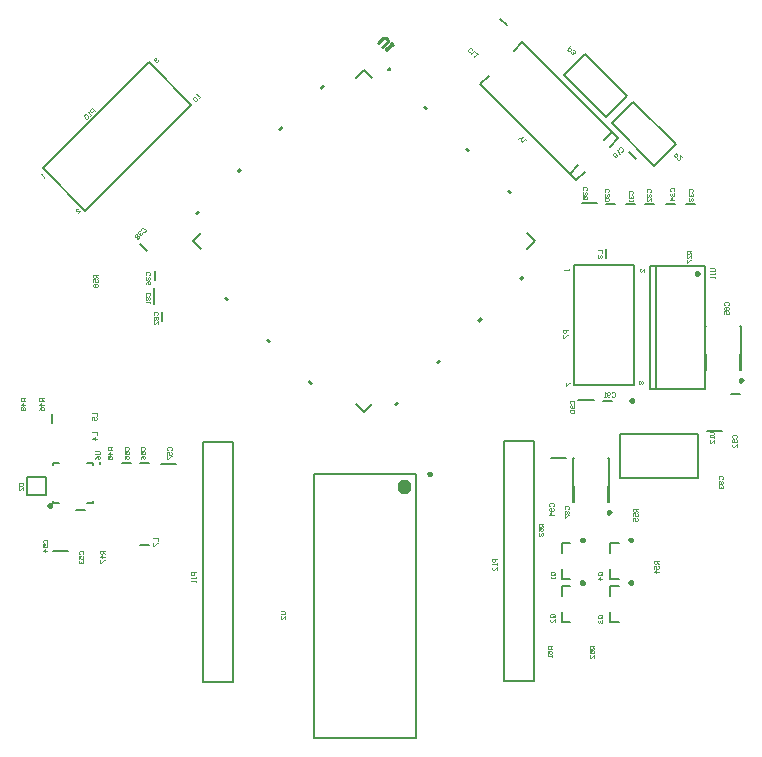
<source format=gbo>
%FSDAX23Y23*%
%MOIN*%
%SFA1B1*%

%IPPOS*%
%ADD27C,0.010000*%
%ADD57C,0.007900*%
%ADD58C,0.009800*%
%ADD59C,0.023600*%
%ADD60C,0.003000*%
%ADD61C,0.003900*%
%ADD62C,0.006000*%
%LNde-020717-1*%
%LPD*%
G36*
X03638Y02781D02*
X03627Y02770D01*
X03620Y02778*
X03631Y02788*
X03638Y02781*
G37*
G36*
X02793Y02847D02*
X02786Y02840D01*
X02775Y02851*
X02782Y02858*
X02793Y02847*
G37*
G36*
X03777Y02920D02*
X03767Y02910D01*
X03759Y02917*
X03770Y02927*
X03777Y02920*
G37*
G36*
X02932Y02708D02*
X02925Y02701D01*
X02914Y02711*
X02921Y02719*
X02932Y02708*
G37*
G36*
X03360Y02503D02*
X03349Y02492D01*
X03342Y02499*
X03352Y02510*
X03360Y02503*
G37*
G36*
X03071Y02569D02*
X03064Y02562D01*
X03053Y02572*
X03060Y02579*
X03071Y02569*
G37*
G36*
X03499Y02642D02*
X03488Y02631D01*
X03481Y02638*
X03492Y02649*
X03499Y02642*
G37*
G36*
X02974Y03418D02*
X02963Y03407D01*
X02956Y03414*
X02967Y03425*
X02974Y03418*
G37*
G36*
X03457Y03484D02*
X03450Y03477D01*
X03439Y03487*
X03446Y03494*
X03457Y03484*
G37*
G36*
X03113Y03557D02*
X03102Y03546D01*
X03095Y03553*
X03106Y03564*
X03113Y03557*
G37*
G36*
X03596Y03344D02*
X03589Y03337D01*
X03579Y03348*
X03586Y03355*
X03596Y03344*
G37*
G36*
X02695Y03139D02*
X02685Y03129D01*
X02678Y03136*
X02688Y03146*
X02695Y03139*
G37*
G36*
X03735Y03205D02*
X03728Y03198D01*
X03718Y03209*
X03725Y03216*
X03735Y03205*
G37*
G36*
X02834Y03278D02*
X02824Y03268D01*
X02817Y03275*
X02827Y03285*
X02834Y03278*
G37*
G54D27*
X03289Y03701D02*
X03307Y03719D01*
X03314*
X03321Y03712*
Y03705*
X03303Y03687*
X03332Y03701D02*
X03339Y03694D01*
X03335Y03698*
X03314Y03677*
Y03684*
G54D57*
X02172Y03284D02*
X02525Y03637D01*
X02313Y03142D02*
X02667Y03496D01*
X02172Y03284D02*
X02313Y03142D01*
X02525Y03637D02*
X02667Y03496D01*
X03810Y01575D02*
Y02375D01*
X03710Y01575D02*
X03810D01*
X03710D02*
Y02375D01*
X03810*
X03076Y01386D02*
X03415D01*
X03076Y02264D02*
X03415D01*
X03076Y01386D02*
Y02264D01*
X03415Y01386D02*
Y02264D01*
X02807Y01571D02*
Y02371D01*
X02707Y01571D02*
X02807D01*
X02707Y02371D02*
Y01571D01*
Y02371D02*
X02807D01*
X04048Y02984D02*
Y03015D01*
X02494Y02028D02*
X02525D01*
X02203Y02434D02*
Y02465D01*
X03929Y03266D02*
X03957Y03294D01*
X04041Y03377D02*
X04068Y03405D01*
X03630Y03565D02*
X03658Y03593D01*
X03950Y03245D02*
X03978Y03273D01*
X04061Y03356D02*
X04089Y03384D01*
X03630Y03565D02*
X03950Y03245D01*
X03741Y03676D02*
X03769Y03704D01*
X04089Y03384*
X04094Y02253D02*
Y02398D01*
X04357*
Y02253*
X04094D02*
X04357D01*
X04197Y02550D02*
Y02959D01*
Y02550D02*
X04378D01*
Y02959*
X04197D02*
X04378D01*
X04217Y02550D02*
Y02959D01*
X02340Y02296D02*
Y02302D01*
X02320D02*
X02340D01*
Y02167D02*
Y02174D01*
X02320Y02167D02*
X02340D01*
X02205Y02174D02*
Y02167D01*
X02225*
X02205Y02296D02*
Y02302D01*
X02225*
X04063Y01947D02*
Y01915D01*
X04091*
X04063Y02002D02*
Y02034D01*
X04091*
X04063Y01773D02*
Y01804D01*
Y01773D02*
X04091D01*
X04063Y01860D02*
Y01891D01*
X04091*
X03901Y01773D02*
Y01804D01*
Y01773D02*
X03928D01*
X03901Y01860D02*
Y01891D01*
X03928*
X03902Y01915D02*
Y01947D01*
Y01915D02*
X03930D01*
X03902Y02002D02*
Y02034D01*
X03930*
X03979Y03666D02*
X04120Y03525D01*
X04050Y03454D02*
X04120Y03525D01*
X03908Y03595D02*
X04050Y03454D01*
X03908Y03595D02*
X03979Y03666D01*
X04069Y03435D02*
X04210Y03293D01*
X04069Y03435D02*
X04140Y03505D01*
X04281Y03364*
X04210Y03293D02*
X04281Y03364D01*
X02118Y02194D02*
X02181D01*
Y02255*
X02118Y02194D02*
Y02255D01*
X02181*
X03864Y02319D02*
X03915D01*
X04384Y02409D02*
X04435D01*
X04464Y02531D02*
X04495D01*
X04039Y02509D02*
X04070D01*
X03957Y02513D02*
X04008D01*
X04057Y02225D02*
Y02172D01*
Y02317D02*
X04059D01*
X03942Y02172D02*
Y02225D01*
X03940Y02317D02*
X03942D01*
X04059Y02172D02*
Y02317D01*
X03940Y02172D02*
Y02317D01*
X04497Y02665D02*
Y02612D01*
Y02757D02*
X04499D01*
X04382Y02612D02*
Y02665D01*
X04380Y02757D02*
X04382D01*
X04499D02*
Y02612D01*
X04380Y02757D02*
Y02612D01*
X02568Y02774D02*
Y02805D01*
X02564Y02299D02*
X02615D01*
X02494Y02301D02*
X02525D01*
X02436D02*
X02467D01*
X02204Y02010D02*
X02255D01*
X02282Y02146D02*
X02313D01*
X02497Y03031D02*
X02519Y03009D01*
X02544Y02912D02*
Y02943D01*
X03969Y03169D02*
X04020D01*
X04249Y03164D02*
X04280D01*
X04314D02*
X04345D01*
X04179D02*
X04210D01*
X04114D02*
X04145D01*
X04049D02*
X04080D01*
X04126Y03338D02*
X04148Y03316D01*
X03696Y03783D02*
X03718Y03761D01*
X03943Y02561D02*
X04143D01*
X03943Y02961D02*
X04143D01*
Y02561D02*
Y02961D01*
X03943Y02561D02*
Y02961D01*
X02543Y02833D02*
Y02884D01*
G54D58*
X03467Y02265D02*
D01*
X03467Y02266*
X03467Y02266*
X03467Y02266*
X03467Y02267*
X03467Y02267*
X03467Y02267*
X03466Y02268*
X03466Y02268*
X03466Y02268*
X03466Y02269*
X03466Y02269*
X03465Y02269*
X03465Y02269*
X03465Y02269*
X03465Y02270*
X03464Y02270*
X03464Y02270*
X03464Y02270*
X03463Y02270*
X03463Y02270*
X03463Y02270*
X03462Y02270*
X03462*
X03462Y02270*
X03461Y02270*
X03461Y02270*
X03461Y02270*
X03460Y02270*
X03460Y02270*
X03460Y02270*
X03459Y02269*
X03459Y02269*
X03459Y02269*
X03459Y02269*
X03458Y02269*
X03458Y02268*
X03458Y02268*
X03458Y02268*
X03458Y02267*
X03457Y02267*
X03457Y02267*
X03457Y02266*
X03457Y02266*
X03457Y02266*
X03457Y02265*
X03457Y02265*
X03457Y02265*
X03457Y02264*
X03457Y02264*
X03457Y02264*
X03458Y02263*
X03458Y02263*
X03458Y02263*
X03458Y02263*
X03458Y02262*
X03459Y02262*
X03459Y02262*
X03459Y02262*
X03459Y02261*
X03460Y02261*
X03460Y02261*
X03460Y02261*
X03461Y02261*
X03461Y02261*
X03461Y02261*
X03462Y02261*
X03462Y02261*
X03462*
X03463Y02261*
X03463Y02261*
X03463Y02261*
X03464Y02261*
X03464Y02261*
X03464Y02261*
X03465Y02261*
X03465Y02261*
X03465Y02262*
X03465Y02262*
X03466Y02262*
X03466Y02262*
X03466Y02263*
X03466Y02263*
X03466Y02263*
X03467Y02263*
X03467Y02264*
X03467Y02264*
X03467Y02264*
X03467Y02265*
X03467Y02265*
X03467Y02265*
X04140Y02511D02*
D01*
X04140Y02511*
X04140Y02511*
X04140Y02512*
X04140Y02512*
X04140Y02512*
X04139Y02512*
X04139Y02513*
X04139Y02513*
X04139Y02513*
X04139Y02514*
X04139Y02514*
X04138Y02514*
X04138Y02514*
X04138Y02515*
X04137Y02515*
X04137Y02515*
X04137Y02515*
X04137Y02515*
X04136Y02515*
X04136Y02515*
X04136Y02515*
X04135Y02515*
X04135*
X04134Y02515*
X04134Y02515*
X04134Y02515*
X04133Y02515*
X04133Y02515*
X04133Y02515*
X04133Y02515*
X04132Y02515*
X04132Y02514*
X04132Y02514*
X04131Y02514*
X04131Y02514*
X04131Y02513*
X04131Y02513*
X04131Y02513*
X04131Y02512*
X04130Y02512*
X04130Y02512*
X04130Y02512*
X04130Y02511*
X04130Y02511*
X04130Y02511*
X04130Y02510*
X04130Y02510*
X04130Y02509*
X04130Y02509*
X04130Y02509*
X04131Y02509*
X04131Y02508*
X04131Y02508*
X04131Y02508*
X04131Y02507*
X04131Y02507*
X04132Y02507*
X04132Y02507*
X04132Y02506*
X04133Y02506*
X04133Y02506*
X04133Y02506*
X04133Y02506*
X04134Y02506*
X04134Y02506*
X04134Y02506*
X04135Y02506*
X04135*
X04136Y02506*
X04136Y02506*
X04136Y02506*
X04137Y02506*
X04137Y02506*
X04137Y02506*
X04137Y02506*
X04138Y02506*
X04138Y02507*
X04138Y02507*
X04139Y02507*
X04139Y02507*
X04139Y02508*
X04139Y02508*
X04139Y02508*
X04139Y02509*
X04140Y02509*
X04140Y02509*
X04140Y02509*
X04140Y02510*
X04140Y02510*
X04140Y02511*
X04358Y02934D02*
D01*
X04358Y02934*
X04358Y02934*
X04358Y02935*
X04358Y02935*
X04357Y02935*
X04357Y02936*
X04357Y02936*
X04357Y02936*
X04357Y02936*
X04357Y02937*
X04356Y02937*
X04356Y02937*
X04356Y02937*
X04356Y02938*
X04355Y02938*
X04355Y02938*
X04355Y02938*
X04354Y02938*
X04354Y02938*
X04354Y02938*
X04353Y02938*
X04353Y02938*
X04353*
X04352Y02938*
X04352Y02938*
X04352Y02938*
X04351Y02938*
X04351Y02938*
X04351Y02938*
X04350Y02938*
X04350Y02938*
X04350Y02937*
X04350Y02937*
X04349Y02937*
X04349Y02937*
X04349Y02936*
X04349Y02936*
X04348Y02936*
X04348Y02936*
X04348Y02935*
X04348Y02935*
X04348Y02935*
X04348Y02934*
X04348Y02934*
X04348Y02934*
X04348Y02933*
X04348Y02933*
X04348Y02933*
X04348Y02932*
X04348Y02932*
X04348Y02932*
X04348Y02931*
X04349Y02931*
X04349Y02931*
X04349Y02930*
X04349Y02930*
X04350Y02930*
X04350Y02930*
X04350Y02930*
X04350Y02929*
X04351Y02929*
X04351Y02929*
X04351Y02929*
X04352Y02929*
X04352Y02929*
X04352Y02929*
X04353Y02929*
X04353*
X04353Y02929*
X04354Y02929*
X04354Y02929*
X04354Y02929*
X04355Y02929*
X04355Y02929*
X04355Y02929*
X04356Y02930*
X04356Y02930*
X04356Y02930*
X04356Y02930*
X04357Y02930*
X04357Y02931*
X04357Y02931*
X04357Y02931*
X04357Y02932*
X04357Y02932*
X04358Y02932*
X04358Y02933*
X04358Y02933*
X04358Y02933*
X04358Y02934*
X04137Y02045D02*
D01*
X04137Y02046*
X04137Y02046*
X04137Y02046*
X04137Y02047*
X04137Y02047*
X04137Y02047*
X04137Y02048*
X04136Y02048*
X04136Y02048*
X04136Y02049*
X04136Y02049*
X04135Y02049*
X04135Y02049*
X04135Y02049*
X04135Y02050*
X04134Y02050*
X04134Y02050*
X04134Y02050*
X04133Y02050*
X04133Y02050*
X04133Y02050*
X04132Y02050*
X04132*
X04132Y02050*
X04131Y02050*
X04131Y02050*
X04131Y02050*
X04130Y02050*
X04130Y02050*
X04130Y02050*
X04129Y02049*
X04129Y02049*
X04129Y02049*
X04129Y02049*
X04128Y02049*
X04128Y02048*
X04128Y02048*
X04128Y02048*
X04128Y02047*
X04128Y02047*
X04127Y02047*
X04127Y02046*
X04127Y02046*
X04127Y02046*
X04127Y02045*
X04127Y02045*
X04127Y02045*
X04127Y02044*
X04127Y02044*
X04128Y02044*
X04128Y02043*
X04128Y02043*
X04128Y02043*
X04128Y02043*
X04128Y02042*
X04129Y02042*
X04129Y02042*
X04129Y02042*
X04129Y02041*
X04130Y02041*
X04130Y02041*
X04130Y02041*
X04131Y02041*
X04131Y02041*
X04131Y02041*
X04132Y02041*
X04132Y02041*
X04132*
X04133Y02041*
X04133Y02041*
X04133Y02041*
X04134Y02041*
X04134Y02041*
X04134Y02041*
X04135Y02041*
X04135Y02041*
X04135Y02042*
X04135Y02042*
X04136Y02042*
X04136Y02042*
X04136Y02043*
X04136Y02043*
X04137Y02043*
X04137Y02043*
X04137Y02044*
X04137Y02044*
X04137Y02044*
X04137Y02045*
X04137Y02045*
X04137Y02045*
Y01903D02*
D01*
X04137Y01903*
X04137Y01903*
X04137Y01904*
X04137Y01904*
X04137Y01904*
X04137Y01905*
X04137Y01905*
X04136Y01905*
X04136Y01906*
X04136Y01906*
X04136Y01906*
X04135Y01906*
X04135Y01907*
X04135Y01907*
X04135Y01907*
X04134Y01907*
X04134Y01907*
X04134Y01907*
X04133Y01908*
X04133Y01908*
X04133Y01908*
X04132Y01908*
X04132*
X04132Y01908*
X04131Y01908*
X04131Y01908*
X04131Y01907*
X04130Y01907*
X04130Y01907*
X04130Y01907*
X04129Y01907*
X04129Y01907*
X04129Y01906*
X04129Y01906*
X04128Y01906*
X04128Y01906*
X04128Y01905*
X04128Y01905*
X04128Y01905*
X04128Y01904*
X04127Y01904*
X04127Y01904*
X04127Y01903*
X04127Y01903*
X04127Y01903*
X04127Y01902*
X04127Y01902*
X04127Y01902*
X04127Y01901*
X04128Y01901*
X04128Y01901*
X04128Y01900*
X04128Y01900*
X04128Y01900*
X04128Y01900*
X04129Y01899*
X04129Y01899*
X04129Y01899*
X04129Y01899*
X04130Y01899*
X04130Y01898*
X04130Y01898*
X04131Y01898*
X04131Y01898*
X04131Y01898*
X04132Y01898*
X04132Y01898*
X04132*
X04133Y01898*
X04133Y01898*
X04133Y01898*
X04134Y01898*
X04134Y01898*
X04134Y01898*
X04135Y01899*
X04135Y01899*
X04135Y01899*
X04135Y01899*
X04136Y01899*
X04136Y01900*
X04136Y01900*
X04136Y01900*
X04137Y01900*
X04137Y01901*
X04137Y01901*
X04137Y01901*
X04137Y01902*
X04137Y01902*
X04137Y01902*
X04137Y01903*
X03974D02*
D01*
X03974Y01903*
X03974Y01903*
X03974Y01904*
X03974Y01904*
X03974Y01904*
X03974Y01905*
X03974Y01905*
X03974Y01905*
X03973Y01906*
X03973Y01906*
X03973Y01906*
X03973Y01906*
X03973Y01907*
X03972Y01907*
X03972Y01907*
X03972Y01907*
X03971Y01907*
X03971Y01907*
X03971Y01908*
X03970Y01908*
X03970Y01908*
X03970Y01908*
X03969*
X03969Y01908*
X03969Y01908*
X03968Y01908*
X03968Y01907*
X03968Y01907*
X03967Y01907*
X03967Y01907*
X03967Y01907*
X03966Y01907*
X03966Y01906*
X03966Y01906*
X03966Y01906*
X03966Y01906*
X03965Y01905*
X03965Y01905*
X03965Y01905*
X03965Y01904*
X03965Y01904*
X03965Y01904*
X03965Y01903*
X03965Y01903*
X03965Y01903*
X03965Y01902*
X03965Y01902*
X03965Y01902*
X03965Y01901*
X03965Y01901*
X03965Y01901*
X03965Y01900*
X03965Y01900*
X03966Y01900*
X03966Y01900*
X03966Y01899*
X03966Y01899*
X03966Y01899*
X03967Y01899*
X03967Y01899*
X03967Y01898*
X03968Y01898*
X03968Y01898*
X03968Y01898*
X03969Y01898*
X03969Y01898*
X03969Y01898*
X03970*
X03970Y01898*
X03970Y01898*
X03971Y01898*
X03971Y01898*
X03971Y01898*
X03972Y01898*
X03972Y01899*
X03972Y01899*
X03973Y01899*
X03973Y01899*
X03973Y01899*
X03973Y01900*
X03973Y01900*
X03974Y01900*
X03974Y01900*
X03974Y01901*
X03974Y01901*
X03974Y01901*
X03974Y01902*
X03974Y01902*
X03974Y01902*
X03974Y01903*
X03976Y02045D02*
D01*
X03976Y02046*
X03976Y02046*
X03976Y02046*
X03976Y02047*
X03976Y02047*
X03975Y02047*
X03975Y02048*
X03975Y02048*
X03975Y02048*
X03975Y02049*
X03974Y02049*
X03974Y02049*
X03974Y02049*
X03974Y02049*
X03973Y02050*
X03973Y02050*
X03973Y02050*
X03972Y02050*
X03972Y02050*
X03972Y02050*
X03971Y02050*
X03971Y02050*
X03971*
X03970Y02050*
X03970Y02050*
X03970Y02050*
X03969Y02050*
X03969Y02050*
X03969Y02050*
X03968Y02050*
X03968Y02049*
X03968Y02049*
X03968Y02049*
X03967Y02049*
X03967Y02049*
X03967Y02048*
X03967Y02048*
X03967Y02048*
X03966Y02047*
X03966Y02047*
X03966Y02047*
X03966Y02046*
X03966Y02046*
X03966Y02046*
X03966Y02045*
X03966Y02045*
X03966Y02045*
X03966Y02044*
X03966Y02044*
X03966Y02044*
X03966Y02043*
X03967Y02043*
X03967Y02043*
X03967Y02043*
X03967Y02042*
X03967Y02042*
X03968Y02042*
X03968Y02042*
X03968Y02041*
X03968Y02041*
X03969Y02041*
X03969Y02041*
X03969Y02041*
X03970Y02041*
X03970Y02041*
X03970Y02041*
X03971Y02041*
X03971*
X03971Y02041*
X03972Y02041*
X03972Y02041*
X03972Y02041*
X03973Y02041*
X03973Y02041*
X03973Y02041*
X03974Y02041*
X03974Y02042*
X03974Y02042*
X03974Y02042*
X03975Y02042*
X03975Y02043*
X03975Y02043*
X03975Y02043*
X03975Y02043*
X03976Y02044*
X03976Y02044*
X03976Y02044*
X03976Y02045*
X03976Y02045*
X03976Y02045*
X02200Y02160D02*
D01*
X02200Y02160*
X02200Y02161*
X02200Y02161*
X02200Y02161*
X02200Y02162*
X02200Y02162*
X02200Y02162*
X02199Y02163*
X02199Y02163*
X02199Y02163*
X02199Y02164*
X02198Y02164*
X02198Y02164*
X02198Y02164*
X02198Y02164*
X02197Y02165*
X02197Y02165*
X02197Y02165*
X02196Y02165*
X02196Y02165*
X02196Y02165*
X02195Y02165*
X02195*
X02195Y02165*
X02194Y02165*
X02194Y02165*
X02194Y02165*
X02193Y02165*
X02193Y02165*
X02193Y02164*
X02192Y02164*
X02192Y02164*
X02192Y02164*
X02192Y02164*
X02191Y02163*
X02191Y02163*
X02191Y02163*
X02191Y02162*
X02191Y02162*
X02191Y02162*
X02190Y02161*
X02190Y02161*
X02190Y02161*
X02190Y02160*
X02190Y02160*
X02190Y02160*
X02190Y02159*
X02190Y02159*
X02190Y02159*
X02191Y02158*
X02191Y02158*
X02191Y02158*
X02191Y02158*
X02191Y02157*
X02191Y02157*
X02192Y02157*
X02192Y02156*
X02192Y02156*
X02192Y02156*
X02193Y02156*
X02193Y02156*
X02193Y02156*
X02194Y02155*
X02194Y02155*
X02194Y02155*
X02195Y02155*
X02195Y02155*
X02195*
X02196Y02155*
X02196Y02155*
X02196Y02155*
X02197Y02155*
X02197Y02156*
X02197Y02156*
X02198Y02156*
X02198Y02156*
X02198Y02156*
X02198Y02156*
X02199Y02157*
X02199Y02157*
X02199Y02157*
X02199Y02158*
X02200Y02158*
X02200Y02158*
X02200Y02158*
X02200Y02159*
X02200Y02159*
X02200Y02159*
X02200Y02160*
X02200Y02160*
X04064Y02138D02*
D01*
X04063Y02139*
X04063Y02139*
X04063Y02139*
X04063Y02140*
X04063Y02140*
X04063Y02140*
X04063Y02141*
X04063Y02141*
X04063Y02141*
X04062Y02141*
X04062Y02142*
X04062Y02142*
X04062Y02142*
X04061Y02142*
X04061Y02142*
X04061Y02143*
X04060Y02143*
X04060Y02143*
X04060Y02143*
X04059Y02143*
X04059Y02143*
X04059Y02143*
X04058*
X04058Y02143*
X04058Y02143*
X04057Y02143*
X04057Y02143*
X04057Y02143*
X04056Y02143*
X04056Y02142*
X04056Y02142*
X04056Y02142*
X04055Y02142*
X04055Y02142*
X04055Y02141*
X04055Y02141*
X04054Y02141*
X04054Y02141*
X04054Y02140*
X04054Y02140*
X04054Y02140*
X04054Y02139*
X04054Y02139*
X04054Y02139*
X04054Y02138*
X04054Y02138*
X04054Y02138*
X04054Y02137*
X04054Y02137*
X04054Y02137*
X04054Y02136*
X04054Y02136*
X04054Y02136*
X04055Y02135*
X04055Y02135*
X04055Y02135*
X04055Y02135*
X04056Y02134*
X04056Y02134*
X04056Y02134*
X04056Y02134*
X04057Y02134*
X04057Y02134*
X04057Y02133*
X04058Y02133*
X04058Y02133*
X04058Y02133*
X04059*
X04059Y02133*
X04059Y02133*
X04060Y02133*
X04060Y02134*
X04060Y02134*
X04061Y02134*
X04061Y02134*
X04061Y02134*
X04062Y02134*
X04062Y02135*
X04062Y02135*
X04062Y02135*
X04063Y02135*
X04063Y02136*
X04063Y02136*
X04063Y02136*
X04063Y02137*
X04063Y02137*
X04063Y02137*
X04063Y02138*
X04063Y02138*
X04064Y02138*
X04504Y02578D02*
D01*
X04503Y02579*
X04503Y02579*
X04503Y02579*
X04503Y02580*
X04503Y02580*
X04503Y02580*
X04503Y02581*
X04503Y02581*
X04503Y02581*
X04502Y02581*
X04502Y02582*
X04502Y02582*
X04502Y02582*
X04501Y02582*
X04501Y02582*
X04501Y02583*
X04500Y02583*
X04500Y02583*
X04500Y02583*
X04499Y02583*
X04499Y02583*
X04499Y02583*
X04498*
X04498Y02583*
X04498Y02583*
X04497Y02583*
X04497Y02583*
X04497Y02583*
X04496Y02583*
X04496Y02582*
X04496Y02582*
X04496Y02582*
X04495Y02582*
X04495Y02582*
X04495Y02581*
X04495Y02581*
X04494Y02581*
X04494Y02581*
X04494Y02580*
X04494Y02580*
X04494Y02580*
X04494Y02579*
X04494Y02579*
X04494Y02579*
X04494Y02578*
X04494Y02578*
X04494Y02578*
X04494Y02577*
X04494Y02577*
X04494Y02577*
X04494Y02576*
X04494Y02576*
X04494Y02576*
X04495Y02575*
X04495Y02575*
X04495Y02575*
X04495Y02575*
X04496Y02574*
X04496Y02574*
X04496Y02574*
X04496Y02574*
X04497Y02574*
X04497Y02574*
X04497Y02573*
X04498Y02573*
X04498Y02573*
X04498Y02573*
X04499*
X04499Y02573*
X04499Y02573*
X04500Y02573*
X04500Y02574*
X04500Y02574*
X04501Y02574*
X04501Y02574*
X04501Y02574*
X04502Y02574*
X04502Y02575*
X04502Y02575*
X04502Y02575*
X04503Y02575*
X04503Y02576*
X04503Y02576*
X04503Y02576*
X04503Y02577*
X04503Y02577*
X04503Y02577*
X04503Y02578*
X04503Y02578*
X04504Y02578*
G54D59*
X03387Y02224D02*
D01*
X03387Y02225*
X03387Y02226*
X03387Y02227*
X03387Y02227*
X03386Y02228*
X03386Y02229*
X03386Y02230*
X03385Y02230*
X03385Y02231*
X03384Y02232*
X03384Y02232*
X03383Y02233*
X03383Y02233*
X03382Y02234*
X03381Y02234*
X03381Y02235*
X03380Y02235*
X03379Y02235*
X03378Y02236*
X03377Y02236*
X03377Y02236*
X03376Y02236*
X03375*
X03374Y02236*
X03373Y02236*
X03373Y02236*
X03372Y02235*
X03371Y02235*
X03370Y02235*
X03370Y02234*
X03369Y02234*
X03368Y02233*
X03368Y02233*
X03367Y02232*
X03366Y02232*
X03366Y02231*
X03365Y02230*
X03365Y02230*
X03365Y02229*
X03364Y02228*
X03364Y02227*
X03364Y02227*
X03364Y02226*
X03364Y02225*
X03364Y02224*
X03364Y02223*
X03364Y02222*
X03364Y02222*
X03364Y02221*
X03364Y02220*
X03365Y02219*
X03365Y02219*
X03365Y02218*
X03366Y02217*
X03366Y02217*
X03367Y02216*
X03368Y02215*
X03368Y02215*
X03369Y02214*
X03370Y02214*
X03370Y02213*
X03371Y02213*
X03372Y02213*
X03373Y02213*
X03373Y02212*
X03374Y02212*
X03375Y02212*
X03376*
X03377Y02212*
X03377Y02212*
X03378Y02213*
X03379Y02213*
X03380Y02213*
X03381Y02213*
X03381Y02214*
X03382Y02214*
X03383Y02215*
X03383Y02215*
X03384Y02216*
X03384Y02217*
X03385Y02217*
X03385Y02218*
X03386Y02219*
X03386Y02219*
X03386Y02220*
X03387Y02221*
X03387Y02222*
X03387Y02222*
X03387Y02223*
X03387Y02224*
G54D60*
X03921Y02745D02*
X03906D01*
Y02737*
X03908Y02735*
X03913*
X03916Y02737*
Y02745*
X03906Y02730D02*
Y02720D01*
X03908*
X03918Y02730*
X03921*
X02337Y02404D02*
X02352D01*
Y02394*
Y02381D02*
X02337D01*
X02344Y02389*
Y02379*
X02345Y03475D02*
X02334Y03485D01*
X02329Y03480*
Y03476*
X02332Y03473*
X02336*
X02341Y03478*
X02334Y03464D02*
X02330Y03460D01*
X02332Y03462*
X02322Y03473*
X02325*
X02316Y03464D02*
X02313D01*
X02309Y03460*
Y03457*
X02316Y03450*
X02320*
X02323Y03453*
Y03457*
X02316Y03464*
X03596Y03671D02*
X03592D01*
X03589Y03674*
Y03678*
X03596Y03685*
X03599*
X03603Y03681*
Y03678*
X03608Y03676D02*
X03612Y03672D01*
X03610Y03674*
X03599Y03664*
Y03667*
X03617D02*
X03621Y03664D01*
X03619Y03665*
X03608Y03655*
Y03658*
X04092Y03347D02*
Y03351D01*
X04095Y03354*
X04099*
X04106Y03347*
Y03344*
X04102Y03340*
X04099*
X04097Y03335D02*
X04093Y03331D01*
X04095Y03333*
X04085Y03344*
X04088*
X04079Y03335D02*
X04076D01*
X04072Y03331*
Y03328*
X04074Y03326*
X04078*
Y03323*
X04079Y03321*
X04083*
X04086Y03324*
Y03328*
X04085Y03330*
X04081*
Y03333*
X04079Y03335*
X04081Y03330D02*
X04078Y03326D01*
X04047Y03205D02*
X04045Y03207D01*
Y03212*
X04047Y03215*
X04057*
X04060Y03212*
Y03207*
X04057Y03205*
X04047Y03200D02*
X04045Y03197D01*
Y03192*
X04047Y03190*
X04050*
X04052Y03192*
Y03195*
Y03192*
X04055Y03190*
X04057*
X04060Y03192*
Y03197*
X04057Y03200*
X04047Y03185D02*
X04045Y03182D01*
Y03177*
X04047Y03175*
X04057*
X04060Y03177*
Y03182*
X04057Y03185*
X04047*
X04126Y03199D02*
X04124Y03201D01*
Y03206*
X04126Y03209*
X04136*
X04139Y03206*
Y03201*
X04136Y03199*
X04126Y03194D02*
X04124Y03191D01*
Y03186*
X04126Y03184*
X04129*
X04131Y03186*
Y03189*
Y03186*
X04134Y03184*
X04136*
X04139Y03186*
Y03191*
X04136Y03194*
X04139Y03179D02*
Y03174D01*
Y03176*
X04124*
X04126Y03179*
X04187Y03204D02*
X04185Y03206D01*
Y03211*
X04187Y03214*
X04197*
X04200Y03211*
Y03206*
X04197Y03204*
X04187Y03199D02*
X04185Y03196D01*
Y03191*
X04187Y03189*
X04190*
X04192Y03191*
Y03194*
Y03191*
X04195Y03189*
X04197*
X04200Y03191*
Y03196*
X04197Y03199*
X04200Y03174D02*
Y03184D01*
X04190Y03174*
X04187*
X04185Y03176*
Y03181*
X04187Y03184*
X04326Y03206D02*
X04324Y03208D01*
Y03213*
X04326Y03216*
X04336*
X04339Y03213*
Y03208*
X04336Y03206*
X04326Y03201D02*
X04324Y03198D01*
Y03193*
X04326Y03191*
X04329*
X04331Y03193*
Y03196*
Y03193*
X04334Y03191*
X04336*
X04339Y03193*
Y03198*
X04336Y03201*
X04326Y03186D02*
X04324Y03183D01*
Y03178*
X04326Y03176*
X04329*
X04331Y03178*
Y03181*
Y03178*
X04334Y03176*
X04336*
X04339Y03178*
Y03183*
X04336Y03186*
X04264Y03208D02*
X04262Y03210D01*
Y03215*
X04264Y03218*
X04274*
X04277Y03215*
Y03210*
X04274Y03208*
X04264Y03203D02*
X04262Y03200D01*
Y03195*
X04264Y03193*
X04267*
X04269Y03195*
Y03198*
Y03195*
X04272Y03193*
X04274*
X04277Y03195*
Y03200*
X04274Y03203*
X04277Y03180D02*
X04262D01*
X04269Y03188*
Y03178*
X03973Y03211D02*
X03971Y03213D01*
Y03218*
X03973Y03221*
X03983*
X03986Y03218*
Y03213*
X03983Y03211*
X03973Y03206D02*
X03971Y03203D01*
Y03198*
X03973Y03196*
X03976*
X03978Y03198*
Y03201*
Y03198*
X03981Y03196*
X03983*
X03986Y03198*
Y03203*
X03983Y03206*
X03971Y03181D02*
Y03191D01*
X03978*
X03976Y03186*
Y03183*
X03978Y03181*
X03983*
X03986Y03183*
Y03188*
X03983Y03191*
X02516Y02927D02*
X02514Y02929D01*
Y02934*
X02516Y02937*
X02526*
X02529Y02934*
Y02929*
X02526Y02927*
X02516Y02922D02*
X02514Y02919D01*
Y02914*
X02516Y02912*
X02519*
X02521Y02914*
Y02917*
Y02914*
X02524Y02912*
X02526*
X02529Y02914*
Y02919*
X02526Y02922*
X02514Y02897D02*
X02516Y02902D01*
X02521Y02907*
X02526*
X02529Y02904*
Y02899*
X02526Y02897*
X02524*
X02521Y02899*
Y02907*
X02500Y03078D02*
Y03082D01*
X02503Y03085*
X02507*
X02514Y03078*
Y03075*
X02510Y03071*
X02507*
X02496Y03075D02*
X02493D01*
X02489Y03071*
Y03068*
X02491Y03066*
X02494*
X02496Y03068*
X02494Y03066*
Y03062*
X02496Y03061*
X02500*
X02503Y03064*
Y03068*
X02486Y03064D02*
X02482D01*
X02478Y03061*
Y03057*
X02480Y03055*
X02484*
Y03052*
X02486Y03050*
X02489*
X02493Y03054*
Y03057*
X02491Y03059*
X02487*
Y03062*
X02486Y03064*
X02487Y03059D02*
X02484Y03055D01*
X02294Y01998D02*
X02292Y02000D01*
Y02005*
X02294Y02008*
X02304*
X02307Y02005*
Y02000*
X02304Y01998*
X02292Y01983D02*
Y01993D01*
X02299*
X02297Y01988*
Y01985*
X02299Y01983*
X02304*
X02307Y01985*
Y01990*
X02304Y01993*
X02294Y01978D02*
X02292Y01975D01*
Y01970*
X02294Y01968*
X02297*
X02299Y01970*
Y01973*
Y01970*
X02302Y01968*
X02304*
X02307Y01970*
Y01975*
X02304Y01978*
X02174Y02036D02*
X02172Y02038D01*
Y02043*
X02174Y02046*
X02184*
X02187Y02043*
Y02038*
X02184Y02036*
X02172Y02021D02*
Y02031D01*
X02179*
X02177Y02026*
Y02023*
X02179Y02021*
X02184*
X02187Y02023*
Y02028*
X02184Y02031*
X02187Y02008D02*
X02172D01*
X02179Y02016*
Y02006*
X02447Y02346D02*
X02445Y02348D01*
Y02353*
X02447Y02356*
X02457*
X02460Y02353*
Y02348*
X02457Y02346*
X02445Y02331D02*
Y02341D01*
X02452*
X02450Y02336*
Y02333*
X02452Y02331*
X02457*
X02460Y02333*
Y02338*
X02457Y02341*
X02445Y02316D02*
Y02326D01*
X02452*
X02450Y02321*
Y02318*
X02452Y02316*
X02457*
X02460Y02318*
Y02323*
X02457Y02326*
X02500Y02346D02*
X02498Y02348D01*
Y02353*
X02500Y02356*
X02510*
X02513Y02353*
Y02348*
X02510Y02346*
X02498Y02331D02*
Y02341D01*
X02505*
X02503Y02336*
Y02333*
X02505Y02331*
X02510*
X02513Y02333*
Y02338*
X02510Y02341*
X02498Y02316D02*
X02500Y02321D01*
X02505Y02326*
X02510*
X02513Y02323*
Y02318*
X02510Y02316*
X02508*
X02505Y02318*
Y02326*
X02588Y02344D02*
X02586Y02346D01*
Y02351*
X02588Y02354*
X02598*
X02601Y02351*
Y02346*
X02598Y02344*
X02586Y02329D02*
Y02339D01*
X02593*
X02591Y02334*
Y02331*
X02593Y02329*
X02598*
X02601Y02331*
Y02336*
X02598Y02339*
X02586Y02324D02*
Y02314D01*
X02588*
X02598Y02324*
X02601*
X02516Y02860D02*
X02514Y02862D01*
Y02867*
X02516Y02870*
X02526*
X02529Y02867*
Y02862*
X02526Y02860*
X02516Y02855D02*
X02514Y02852D01*
Y02847*
X02516Y02845*
X02519*
X02521Y02847*
X02524Y02845*
X02526*
X02529Y02847*
Y02852*
X02526Y02855*
X02524*
X02521Y02852*
X02519Y02855*
X02516*
X02521Y02852D02*
Y02847D01*
X02529Y02840D02*
Y02835D01*
Y02837*
X02514*
X02516Y02840*
X02543Y02794D02*
X02541Y02797D01*
Y02802*
X02543Y02804*
X02553*
X02556Y02802*
Y02797*
X02553Y02794*
X02543Y02789D02*
X02541Y02787D01*
Y02782*
X02543Y02779*
X02546*
X02548Y02782*
X02551Y02779*
X02553*
X02556Y02782*
Y02787*
X02553Y02789*
X02551*
X02548Y02787*
X02546Y02789*
X02543*
X02548Y02787D02*
Y02782D01*
X02556Y02764D02*
Y02774D01*
X02546Y02764*
X02543*
X02541Y02767*
Y02772*
X02543Y02774*
X04445Y02827D02*
X04443Y02829D01*
Y02834*
X04445Y02837*
X04455*
X04458Y02834*
Y02829*
X04455Y02827*
X04445Y02822D02*
X04443Y02819D01*
Y02814*
X04445Y02812*
X04448*
X04450Y02814*
X04453Y02812*
X04455*
X04458Y02814*
Y02819*
X04455Y02822*
X04453*
X04450Y02819*
X04448Y02822*
X04445*
X04450Y02819D02*
Y02814D01*
X04443Y02797D02*
Y02807D01*
X04450*
X04448Y02802*
Y02799*
X04450Y02797*
X04455*
X04458Y02799*
Y02804*
X04455Y02807*
X03913Y02148D02*
X03911Y02150D01*
Y02155*
X03913Y02158*
X03923*
X03926Y02155*
Y02150*
X03923Y02148*
X03913Y02143D02*
X03911Y02140D01*
Y02135*
X03913Y02133*
X03916*
X03918Y02135*
X03921Y02133*
X03923*
X03926Y02135*
Y02140*
X03923Y02143*
X03921*
X03918Y02140*
X03916Y02143*
X03913*
X03918Y02140D02*
Y02135D01*
X03911Y02128D02*
Y02118D01*
X03913*
X03923Y02128*
X03926*
X03931Y02500D02*
X03928Y02502D01*
Y02507*
X03931Y02510*
X03941*
X03943Y02507*
Y02502*
X03941Y02500*
Y02495D02*
X03943Y02492D01*
Y02487*
X03941Y02485*
X03931*
X03928Y02487*
Y02492*
X03931Y02495*
X03933*
X03936Y02492*
Y02485*
X03931Y02480D02*
X03928Y02477D01*
Y02472*
X03931Y02470*
X03941*
X03943Y02472*
Y02477*
X03941Y02480*
X03931*
X04068Y02535D02*
X04070Y02538D01*
X04075*
X04078Y02535*
Y02525*
X04075Y02523*
X04070*
X04068Y02525*
X04063D02*
X04060Y02523D01*
X04055*
X04053Y02525*
Y02535*
X04055Y02538*
X04060*
X04063Y02535*
Y02533*
X04060Y02530*
X04053*
X04048Y02523D02*
X04043D01*
X04045*
Y02538*
X04048Y02535*
X04471Y02386D02*
X04469Y02388D01*
Y02393*
X04471Y02396*
X04481*
X04484Y02393*
Y02388*
X04481Y02386*
Y02381D02*
X04484Y02378D01*
Y02373*
X04481Y02371*
X04471*
X04469Y02373*
Y02378*
X04471Y02381*
X04474*
X04476Y02378*
Y02371*
X04484Y02356D02*
Y02366D01*
X04474Y02356*
X04471*
X04469Y02358*
Y02363*
X04471Y02366*
X04427Y02248D02*
X04425Y02250D01*
Y02255*
X04427Y02258*
X04437*
X04440Y02255*
Y02250*
X04437Y02248*
Y02243D02*
X04440Y02240D01*
Y02235*
X04437Y02233*
X04427*
X04425Y02235*
Y02240*
X04427Y02243*
X04430*
X04432Y02240*
Y02233*
X04427Y02228D02*
X04425Y02225D01*
Y02220*
X04427Y02218*
X04430*
X04432Y02220*
Y02223*
Y02220*
X04435Y02218*
X04437*
X04440Y02220*
Y02225*
X04437Y02228*
X03862Y02158D02*
X03860Y02160D01*
Y02165*
X03862Y02168*
X03872*
X03875Y02165*
Y02160*
X03872Y02158*
Y02153D02*
X03875Y02150D01*
Y02145*
X03872Y02143*
X03862*
X03860Y02145*
Y02150*
X03862Y02153*
X03865*
X03867Y02150*
Y02143*
X03875Y02130D02*
X03860D01*
X03867Y02138*
Y02128*
X02091Y02236D02*
X02106D01*
Y02228*
X02103Y02226*
X02093*
X02091Y02228*
Y02236*
X02106Y02211D02*
Y02221D01*
X02096Y02211*
X02093*
X02091Y02213*
Y02218*
X02093Y02221*
X04285Y03339D02*
X04274Y03328D01*
X04279Y03323*
X04283*
X04286Y03326*
Y03330*
X04281Y03335*
X04302Y03321D02*
X04295Y03328D01*
Y03314*
X04293Y03312*
X04290*
X04286Y03316*
Y03319*
X03930Y03691D02*
X03919Y03680D01*
X03924Y03675*
X03928*
X03931Y03678*
Y03682*
X03926Y03687*
X03931Y03671D02*
Y03668D01*
X03935Y03664*
X03938*
X03940Y03666*
Y03669*
X03938Y03671*
X03940Y03669*
X03944*
X03945Y03671*
Y03675*
X03942Y03678*
X03938*
X03876Y01928D02*
X03866D01*
X03864Y01930*
Y01935*
X03866Y01938*
X03876*
X03879Y01935*
Y01930*
X03874Y01933D02*
X03879Y01928D01*
Y01930D02*
X03876Y01928D01*
X03879Y01923D02*
Y01918D01*
Y01920*
X03864*
X03866Y01923*
X03875Y01788D02*
X03865D01*
X03863Y01790*
Y01795*
X03865Y01798*
X03875*
X03878Y01795*
Y01790*
X03873Y01793D02*
X03878Y01788D01*
Y01790D02*
X03875Y01788D01*
X03878Y01773D02*
Y01783D01*
X03868Y01773*
X03865*
X03863Y01775*
Y01780*
X03865Y01783*
X04034Y01784D02*
X04024D01*
X04022Y01786*
Y01791*
X04024Y01794*
X04034*
X04037Y01791*
Y01786*
X04032Y01789D02*
X04037Y01784D01*
Y01786D02*
X04034Y01784D01*
X04024Y01779D02*
X04022Y01776D01*
Y01771*
X04024Y01769*
X04027*
X04029Y01771*
Y01774*
Y01771*
X04032Y01769*
X04034*
X04037Y01771*
Y01776*
X04034Y01779*
Y01928D02*
X04024D01*
X04022Y01930*
Y01935*
X04024Y01938*
X04034*
X04037Y01935*
Y01930*
X04032Y01933D02*
X04037Y01928D01*
Y01930D02*
X04034Y01928D01*
X04037Y01915D02*
X04022D01*
X04029Y01923*
Y01913*
X04333Y03010D02*
X04318D01*
Y03002*
X04320Y03000*
X04325*
X04328Y03002*
Y03010*
Y03005D02*
X04333Y03000D01*
Y02985D02*
Y02995D01*
X04323Y02985*
X04320*
X04318Y02987*
Y02992*
X04320Y02995*
X04318Y02980D02*
Y02970D01*
X04320*
X04330Y02980*
X04333*
X02403Y02354D02*
X02388D01*
Y02346*
X02390Y02344*
X02395*
X02398Y02346*
Y02354*
Y02349D02*
X02403Y02344D01*
Y02331D02*
X02388D01*
X02395Y02339*
Y02329*
X02388Y02314D02*
Y02324D01*
X02395*
X02393Y02319*
Y02316*
X02395Y02314*
X02400*
X02403Y02316*
Y02321*
X02400Y02324*
X02175Y02518D02*
X02160D01*
Y02510*
X02162Y02508*
X02167*
X02170Y02510*
Y02518*
Y02513D02*
X02175Y02508D01*
Y02495D02*
X02160D01*
X02167Y02503*
Y02493*
X02160Y02478D02*
X02162Y02483D01*
X02167Y02488*
X02172*
X02175Y02485*
Y02480*
X02172Y02478*
X02170*
X02167Y02480*
Y02488*
X02378Y02010D02*
X02363D01*
Y02002*
X02365Y02000*
X02370*
X02373Y02002*
Y02010*
Y02005D02*
X02378Y02000D01*
Y01987D02*
X02363D01*
X02370Y01995*
Y01985*
X02363Y01980D02*
Y01970D01*
X02365*
X02375Y01980*
X02378*
X02113Y02517D02*
X02098D01*
Y02509*
X02100Y02507*
X02105*
X02108Y02509*
Y02517*
Y02512D02*
X02113Y02507D01*
Y02494D02*
X02098D01*
X02105Y02502*
Y02492*
X02100Y02487D02*
X02098Y02484D01*
Y02479*
X02100Y02477*
X02103*
X02105Y02479*
X02108Y02477*
X02110*
X02113Y02479*
Y02484*
X02110Y02487*
X02108*
X02105Y02484*
X02103Y02487*
X02100*
X02105Y02484D02*
Y02479D01*
X03870Y01691D02*
X03855D01*
Y01683*
X03857Y01681*
X03862*
X03865Y01683*
Y01691*
Y01686D02*
X03870Y01681D01*
X03855Y01666D02*
Y01676D01*
X03862*
X03860Y01671*
Y01668*
X03862Y01666*
X03867*
X03870Y01668*
Y01673*
X03867Y01676*
X03870Y01661D02*
Y01656D01*
Y01658*
X03855*
X03857Y01661*
X04010Y01693D02*
X03995D01*
Y01685*
X03997Y01683*
X04002*
X04005Y01685*
Y01693*
Y01688D02*
X04010Y01683D01*
X03995Y01668D02*
Y01678D01*
X04002*
X04000Y01673*
Y01670*
X04002Y01668*
X04007*
X04010Y01670*
Y01675*
X04007Y01678*
X04010Y01653D02*
Y01663D01*
X04000Y01653*
X03997*
X03995Y01655*
Y01660*
X03997Y01663*
X03840Y02100D02*
X03825D01*
Y02092*
X03827Y02090*
X03832*
X03835Y02092*
Y02100*
Y02095D02*
X03840Y02090D01*
X03825Y02075D02*
Y02085D01*
X03832*
X03830Y02080*
Y02077*
X03832Y02075*
X03837*
X03840Y02077*
Y02082*
X03837Y02085*
X03827Y02070D02*
X03825Y02067D01*
Y02062*
X03827Y02060*
X03830*
X03832Y02062*
Y02065*
Y02062*
X03835Y02060*
X03837*
X03840Y02062*
Y02067*
X03837Y02070*
X04224Y01975D02*
X04209D01*
Y01967*
X04211Y01965*
X04216*
X04219Y01967*
Y01975*
Y01970D02*
X04224Y01965D01*
X04209Y01950D02*
Y01960D01*
X04216*
X04214Y01955*
Y01952*
X04216Y01950*
X04221*
X04224Y01952*
Y01957*
X04221Y01960*
X04224Y01937D02*
X04209D01*
X04216Y01945*
Y01935*
X04154Y02149D02*
X04139D01*
Y02141*
X04141Y02139*
X04146*
X04149Y02141*
Y02149*
Y02144D02*
X04154Y02139D01*
X04139Y02124D02*
Y02134D01*
X04146*
X04144Y02129*
Y02126*
X04146Y02124*
X04151*
X04154Y02126*
Y02131*
X04151Y02134*
X04139Y02109D02*
Y02119D01*
X04146*
X04144Y02114*
Y02111*
X04146Y02109*
X04151*
X04154Y02111*
Y02116*
X04151Y02119*
X02354Y02929D02*
X02339D01*
Y02921*
X02341Y02919*
X02346*
X02349Y02921*
Y02929*
Y02924D02*
X02354Y02919D01*
X02339Y02904D02*
Y02914D01*
X02346*
X02344Y02909*
Y02906*
X02346Y02904*
X02351*
X02354Y02906*
Y02911*
X02351Y02914*
X02341Y02899D02*
X02339Y02896D01*
Y02891*
X02341Y02889*
X02344*
X02346Y02891*
X02349Y02889*
X02351*
X02354Y02891*
Y02896*
X02351Y02899*
X02349*
X02346Y02896*
X02344Y02899*
X02341*
X02346Y02896D02*
Y02891D01*
X02347Y02341D02*
X02359D01*
X02362Y02338*
Y02333*
X02359Y02331*
X02347*
Y02316D02*
X02349Y02321D01*
X02354Y02326*
X02359*
X02362Y02323*
Y02318*
X02359Y02316*
X02357*
X02354Y02318*
Y02326*
X04397Y02951D02*
X04409D01*
X04412Y02948*
Y02943*
X04409Y02941*
X04397*
X04412Y02936D02*
Y02931D01*
Y02933*
X04397*
X04399Y02936*
X04412Y02923D02*
Y02918D01*
Y02921*
X04397*
X04399Y02923*
X04394Y02406D02*
X04406D01*
X04409Y02403*
Y02398*
X04406Y02396*
X04394*
X04409Y02391D02*
Y02386D01*
Y02388*
X04394*
X04396Y02391*
X04409Y02368D02*
Y02378D01*
X04399Y02368*
X04396*
X04394Y02371*
Y02376*
X04396Y02378*
X03757Y03383D02*
X03759Y03385D01*
X03766*
Y03378*
X03764Y03376*
X03766Y03385D02*
X03771Y03390D01*
X03778Y03383D02*
X03782Y03379D01*
X03780Y03381*
X03769Y03371*
Y03374*
X02336Y02470D02*
X02351D01*
Y02460*
X02336Y02445D02*
Y02455D01*
X02343*
X02341Y02450*
Y02447*
X02343Y02445*
X02348*
X02351Y02447*
Y02452*
X02348Y02455*
X02540Y02051D02*
X02555D01*
Y02041*
X02540Y02036D02*
Y02026D01*
X02542*
X02552Y02036*
X02555*
X04021Y03011D02*
X04036D01*
Y03001*
X04023Y02996D02*
X04021Y02993D01*
Y02988*
X04023Y02986*
X04026*
X04028Y02988*
Y02991*
Y02988*
X04031Y02986*
X04033*
X04036Y02988*
Y02993*
X04033Y02996*
X02681Y01938D02*
X02666D01*
Y01930*
X02668Y01928*
X02673*
X02676Y01930*
Y01938*
X02681Y01923D02*
Y01918D01*
Y01920*
X02666*
X02668Y01923*
X02681Y01910D02*
Y01905D01*
Y01908*
X02666*
X02668Y01910*
X02964Y01808D02*
X02976D01*
X02979Y01805*
Y01800*
X02976Y01798*
X02964*
X02979Y01783D02*
Y01793D01*
X02969Y01783*
X02966*
X02964Y01785*
Y01790*
X02966Y01793*
X03684Y01983D02*
X03669D01*
Y01975*
X03671Y01973*
X03676*
X03679Y01975*
Y01983*
X03684Y01968D02*
Y01963D01*
Y01965*
X03669*
X03671Y01968*
X03684Y01945D02*
Y01955D01*
X03674Y01945*
X03671*
X03669Y01948*
Y01953*
X03671Y01955*
X02696Y03523D02*
X02692Y03520D01*
X02694Y03521*
X02683Y03532*
X02687*
X02678Y03523D02*
X02674D01*
X02671Y03520*
Y03516*
X02678Y03509*
X02682*
X02685Y03513*
Y03516*
X02678Y03523*
X02556Y03645D02*
Y03642D01*
X02552Y03638*
X02549*
X02542Y03645*
Y03649*
X02545Y03652*
X02549*
X02550Y03651*
Y03647*
X02545Y03642*
X02178Y03256D02*
X02174Y03252D01*
X02176Y03254*
X02165Y03264*
X02169*
X02289Y03134D02*
X02297Y03142D01*
X02282*
X02281Y03143*
Y03147*
X02284Y03150*
X02288*
X04160Y02575D02*
X04158Y02572D01*
Y02567*
X04160Y02565*
X04163*
X04165Y02567*
X04168Y02565*
X04170*
X04173Y02567*
Y02572*
X04170Y02575*
X04168*
X04165Y02572*
X04163Y02575*
X04160*
X04165Y02572D02*
Y02567D01*
X03914Y02568D02*
Y02558D01*
X03916*
X03926Y02568*
X03929*
X03925Y02949D02*
Y02944D01*
Y02946*
X03910*
X03912Y02949*
X04177Y02940D02*
Y02950D01*
X04167Y02940*
X04164*
X04162Y02942*
Y02947*
X04164Y02950*
G54D61*
X02362Y02302D02*
D01*
X02362Y02303*
X02362Y02303*
X02362Y02303*
X02362Y02303*
X02362Y02303*
X02362Y02303*
X02362Y02303*
X02362Y02303*
X02362Y02304*
X02362Y02304*
X02362Y02304*
X02361Y02304*
X02361Y02304*
X02361Y02304*
X02361Y02304*
X02361Y02304*
X02361Y02304*
X02361Y02304*
X02361Y02304*
X02360Y02304*
X02360Y02304*
X02360Y02304*
X02360*
X02360Y02304*
X02360Y02304*
X02360Y02304*
X02359Y02304*
X02359Y02304*
X02359Y02304*
X02359Y02304*
X02359Y02304*
X02359Y02304*
X02359Y02304*
X02359Y02304*
X02359Y02304*
X02358Y02304*
X02358Y02303*
X02358Y02303*
X02358Y02303*
X02358Y02303*
X02358Y02303*
X02358Y02303*
X02358Y02303*
X02358Y02303*
X02358Y02302*
X02358Y02302*
X02358Y02302*
X02358Y02302*
X02358Y02302*
X02358Y02302*
X02358Y02302*
X02358Y02301*
X02358Y02301*
X02358Y02301*
X02359Y02301*
X02359Y02301*
X02359Y02301*
X02359Y02301*
X02359Y02301*
X02359Y02301*
X02359Y02301*
X02359Y02301*
X02359Y02300*
X02360Y02300*
X02360Y02300*
X02360Y02300*
X02360Y02300*
X02360*
X02360Y02300*
X02360Y02300*
X02361Y02300*
X02361Y02300*
X02361Y02301*
X02361Y02301*
X02361Y02301*
X02361Y02301*
X02361Y02301*
X02361Y02301*
X02362Y02301*
X02362Y02301*
X02362Y02301*
X02362Y02301*
X02362Y02301*
X02362Y02302*
X02362Y02302*
X02362Y02302*
X02362Y02302*
X02362Y02302*
X02362Y02302*
X02362Y02302*
G54D62*
X03329Y03614D02*
D01*
X03329Y03614*
X03329Y03614*
X03329Y03615*
X03329Y03615*
X03329Y03615*
X03329Y03615*
X03329Y03615*
X03329Y03616*
X03329Y03616*
X03329Y03616*
X03328Y03616*
X03328Y03616*
X03328Y03616*
X03328Y03616*
X03328Y03617*
X03328Y03617*
X03327Y03617*
X03327Y03617*
X03327Y03617*
X03327Y03617*
X03327Y03617*
X03326Y03617*
X03326*
X03326Y03617*
X03326Y03617*
X03326Y03617*
X03325Y03617*
X03325Y03617*
X03325Y03617*
X03325Y03617*
X03325Y03616*
X03324Y03616*
X03324Y03616*
X03324Y03616*
X03324Y03616*
X03324Y03616*
X03324Y03616*
X03324Y03615*
X03324Y03615*
X03323Y03615*
X03323Y03615*
X03323Y03615*
X03323Y03614*
X03323Y03614*
X03323Y03614*
X03323Y03614*
X03323Y03614*
X03323Y03613*
X03323Y03613*
X03323Y03613*
X03324Y03613*
X03324Y03613*
X03324Y03612*
X03324Y03612*
X03324Y03612*
X03324Y03612*
X03324Y03612*
X03324Y03612*
X03325Y03612*
X03325Y03611*
X03325Y03611*
X03325Y03611*
X03325Y03611*
X03326Y03611*
X03326Y03611*
X03326Y03611*
X03326Y03611*
X03326*
X03327Y03611*
X03327Y03611*
X03327Y03611*
X03327Y03611*
X03327Y03611*
X03328Y03611*
X03328Y03611*
X03328Y03612*
X03328Y03612*
X03328Y03612*
X03328Y03612*
X03329Y03612*
X03329Y03612*
X03329Y03612*
X03329Y03613*
X03329Y03613*
X03329Y03613*
X03329Y03613*
X03329Y03613*
X03329Y03614*
X03329Y03614*
X03329Y03614*
X02672Y03042D02*
X02699Y03015D01*
X03241Y02472D02*
X03268Y02499D01*
X03784Y03069D02*
X03811Y03042D01*
X03241Y03611D02*
X03268Y03584D01*
X02672Y03042D02*
X02699Y03069D01*
X03214Y02499D02*
X03241Y02472D01*
X03784Y03015D02*
X03811Y03042D01*
X03214Y03584D02*
X03241Y03611D01*
M02*
</source>
